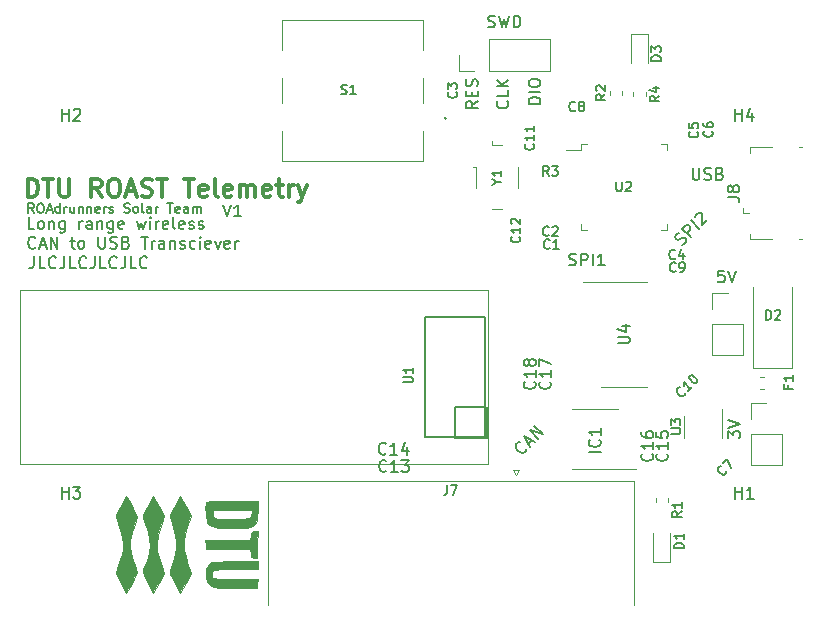
<source format=gbr>
G04 #@! TF.GenerationSoftware,KiCad,Pcbnew,5.1.4+dfsg1-1*
G04 #@! TF.CreationDate,2020-06-04T10:37:17+02:00*
G04 #@! TF.ProjectId,Telemetry,54656c65-6d65-4747-9279-2e6b69636164,rev?*
G04 #@! TF.SameCoordinates,Original*
G04 #@! TF.FileFunction,Legend,Top*
G04 #@! TF.FilePolarity,Positive*
%FSLAX46Y46*%
G04 Gerber Fmt 4.6, Leading zero omitted, Abs format (unit mm)*
G04 Created by KiCad (PCBNEW 5.1.4+dfsg1-1) date 2020-06-04 10:37:17*
%MOMM*%
%LPD*%
G04 APERTURE LIST*
%ADD10C,0.150000*%
%ADD11C,0.300000*%
%ADD12C,0.010000*%
%ADD13C,0.120000*%
G04 APERTURE END LIST*
D10*
X240638095Y-112952380D02*
X240638095Y-113761904D01*
X240685714Y-113857142D01*
X240733333Y-113904761D01*
X240828571Y-113952380D01*
X241019047Y-113952380D01*
X241114285Y-113904761D01*
X241161904Y-113857142D01*
X241209523Y-113761904D01*
X241209523Y-112952380D01*
X241638095Y-113904761D02*
X241780952Y-113952380D01*
X242019047Y-113952380D01*
X242114285Y-113904761D01*
X242161904Y-113857142D01*
X242209523Y-113761904D01*
X242209523Y-113666666D01*
X242161904Y-113571428D01*
X242114285Y-113523809D01*
X242019047Y-113476190D01*
X241828571Y-113428571D01*
X241733333Y-113380952D01*
X241685714Y-113333333D01*
X241638095Y-113238095D01*
X241638095Y-113142857D01*
X241685714Y-113047619D01*
X241733333Y-113000000D01*
X241828571Y-112952380D01*
X242066666Y-112952380D01*
X242209523Y-113000000D01*
X242971428Y-113428571D02*
X243114285Y-113476190D01*
X243161904Y-113523809D01*
X243209523Y-113619047D01*
X243209523Y-113761904D01*
X243161904Y-113857142D01*
X243114285Y-113904761D01*
X243019047Y-113952380D01*
X242638095Y-113952380D01*
X242638095Y-112952380D01*
X242971428Y-112952380D01*
X243066666Y-113000000D01*
X243114285Y-113047619D01*
X243161904Y-113142857D01*
X243161904Y-113238095D01*
X243114285Y-113333333D01*
X243066666Y-113380952D01*
X242971428Y-113428571D01*
X242638095Y-113428571D01*
X200890476Y-116052380D02*
X201223809Y-117052380D01*
X201557142Y-116052380D01*
X202414285Y-117052380D02*
X201842857Y-117052380D01*
X202128571Y-117052380D02*
X202128571Y-116052380D01*
X202033333Y-116195238D01*
X201938095Y-116290476D01*
X201842857Y-116338095D01*
X184880952Y-120452380D02*
X184880952Y-121166666D01*
X184833333Y-121309523D01*
X184738095Y-121404761D01*
X184595238Y-121452380D01*
X184500000Y-121452380D01*
X185833333Y-121452380D02*
X185357142Y-121452380D01*
X185357142Y-120452380D01*
X186738095Y-121357142D02*
X186690476Y-121404761D01*
X186547619Y-121452380D01*
X186452380Y-121452380D01*
X186309523Y-121404761D01*
X186214285Y-121309523D01*
X186166666Y-121214285D01*
X186119047Y-121023809D01*
X186119047Y-120880952D01*
X186166666Y-120690476D01*
X186214285Y-120595238D01*
X186309523Y-120500000D01*
X186452380Y-120452380D01*
X186547619Y-120452380D01*
X186690476Y-120500000D01*
X186738095Y-120547619D01*
X187452380Y-120452380D02*
X187452380Y-121166666D01*
X187404761Y-121309523D01*
X187309523Y-121404761D01*
X187166666Y-121452380D01*
X187071428Y-121452380D01*
X188404761Y-121452380D02*
X187928571Y-121452380D01*
X187928571Y-120452380D01*
X189309523Y-121357142D02*
X189261904Y-121404761D01*
X189119047Y-121452380D01*
X189023809Y-121452380D01*
X188880952Y-121404761D01*
X188785714Y-121309523D01*
X188738095Y-121214285D01*
X188690476Y-121023809D01*
X188690476Y-120880952D01*
X188738095Y-120690476D01*
X188785714Y-120595238D01*
X188880952Y-120500000D01*
X189023809Y-120452380D01*
X189119047Y-120452380D01*
X189261904Y-120500000D01*
X189309523Y-120547619D01*
X190023809Y-120452380D02*
X190023809Y-121166666D01*
X189976190Y-121309523D01*
X189880952Y-121404761D01*
X189738095Y-121452380D01*
X189642857Y-121452380D01*
X190976190Y-121452380D02*
X190500000Y-121452380D01*
X190500000Y-120452380D01*
X191880952Y-121357142D02*
X191833333Y-121404761D01*
X191690476Y-121452380D01*
X191595238Y-121452380D01*
X191452380Y-121404761D01*
X191357142Y-121309523D01*
X191309523Y-121214285D01*
X191261904Y-121023809D01*
X191261904Y-120880952D01*
X191309523Y-120690476D01*
X191357142Y-120595238D01*
X191452380Y-120500000D01*
X191595238Y-120452380D01*
X191690476Y-120452380D01*
X191833333Y-120500000D01*
X191880952Y-120547619D01*
X192595238Y-120452380D02*
X192595238Y-121166666D01*
X192547619Y-121309523D01*
X192452380Y-121404761D01*
X192309523Y-121452380D01*
X192214285Y-121452380D01*
X193547619Y-121452380D02*
X193071428Y-121452380D01*
X193071428Y-120452380D01*
X194452380Y-121357142D02*
X194404761Y-121404761D01*
X194261904Y-121452380D01*
X194166666Y-121452380D01*
X194023809Y-121404761D01*
X193928571Y-121309523D01*
X193880952Y-121214285D01*
X193833333Y-121023809D01*
X193833333Y-120880952D01*
X193880952Y-120690476D01*
X193928571Y-120595238D01*
X194023809Y-120500000D01*
X194166666Y-120452380D01*
X194261904Y-120452380D01*
X194404761Y-120500000D01*
X194452380Y-120547619D01*
X184911785Y-118127380D02*
X184435595Y-118127380D01*
X184435595Y-117127380D01*
X185387976Y-118127380D02*
X185292738Y-118079761D01*
X185245119Y-118032142D01*
X185197500Y-117936904D01*
X185197500Y-117651190D01*
X185245119Y-117555952D01*
X185292738Y-117508333D01*
X185387976Y-117460714D01*
X185530833Y-117460714D01*
X185626071Y-117508333D01*
X185673690Y-117555952D01*
X185721309Y-117651190D01*
X185721309Y-117936904D01*
X185673690Y-118032142D01*
X185626071Y-118079761D01*
X185530833Y-118127380D01*
X185387976Y-118127380D01*
X186149880Y-117460714D02*
X186149880Y-118127380D01*
X186149880Y-117555952D02*
X186197500Y-117508333D01*
X186292738Y-117460714D01*
X186435595Y-117460714D01*
X186530833Y-117508333D01*
X186578452Y-117603571D01*
X186578452Y-118127380D01*
X187483214Y-117460714D02*
X187483214Y-118270238D01*
X187435595Y-118365476D01*
X187387976Y-118413095D01*
X187292738Y-118460714D01*
X187149880Y-118460714D01*
X187054642Y-118413095D01*
X187483214Y-118079761D02*
X187387976Y-118127380D01*
X187197500Y-118127380D01*
X187102261Y-118079761D01*
X187054642Y-118032142D01*
X187007023Y-117936904D01*
X187007023Y-117651190D01*
X187054642Y-117555952D01*
X187102261Y-117508333D01*
X187197500Y-117460714D01*
X187387976Y-117460714D01*
X187483214Y-117508333D01*
X188721309Y-118127380D02*
X188721309Y-117460714D01*
X188721309Y-117651190D02*
X188768928Y-117555952D01*
X188816547Y-117508333D01*
X188911785Y-117460714D01*
X189007023Y-117460714D01*
X189768928Y-118127380D02*
X189768928Y-117603571D01*
X189721309Y-117508333D01*
X189626071Y-117460714D01*
X189435595Y-117460714D01*
X189340357Y-117508333D01*
X189768928Y-118079761D02*
X189673690Y-118127380D01*
X189435595Y-118127380D01*
X189340357Y-118079761D01*
X189292738Y-117984523D01*
X189292738Y-117889285D01*
X189340357Y-117794047D01*
X189435595Y-117746428D01*
X189673690Y-117746428D01*
X189768928Y-117698809D01*
X190245119Y-117460714D02*
X190245119Y-118127380D01*
X190245119Y-117555952D02*
X190292738Y-117508333D01*
X190387976Y-117460714D01*
X190530833Y-117460714D01*
X190626071Y-117508333D01*
X190673690Y-117603571D01*
X190673690Y-118127380D01*
X191578452Y-117460714D02*
X191578452Y-118270238D01*
X191530833Y-118365476D01*
X191483214Y-118413095D01*
X191387976Y-118460714D01*
X191245119Y-118460714D01*
X191149880Y-118413095D01*
X191578452Y-118079761D02*
X191483214Y-118127380D01*
X191292738Y-118127380D01*
X191197500Y-118079761D01*
X191149880Y-118032142D01*
X191102261Y-117936904D01*
X191102261Y-117651190D01*
X191149880Y-117555952D01*
X191197500Y-117508333D01*
X191292738Y-117460714D01*
X191483214Y-117460714D01*
X191578452Y-117508333D01*
X192435595Y-118079761D02*
X192340357Y-118127380D01*
X192149880Y-118127380D01*
X192054642Y-118079761D01*
X192007023Y-117984523D01*
X192007023Y-117603571D01*
X192054642Y-117508333D01*
X192149880Y-117460714D01*
X192340357Y-117460714D01*
X192435595Y-117508333D01*
X192483214Y-117603571D01*
X192483214Y-117698809D01*
X192007023Y-117794047D01*
X193578452Y-117460714D02*
X193768928Y-118127380D01*
X193959404Y-117651190D01*
X194149880Y-118127380D01*
X194340357Y-117460714D01*
X194721309Y-118127380D02*
X194721309Y-117460714D01*
X194721309Y-117127380D02*
X194673690Y-117175000D01*
X194721309Y-117222619D01*
X194768928Y-117175000D01*
X194721309Y-117127380D01*
X194721309Y-117222619D01*
X195197500Y-118127380D02*
X195197500Y-117460714D01*
X195197500Y-117651190D02*
X195245119Y-117555952D01*
X195292738Y-117508333D01*
X195387976Y-117460714D01*
X195483214Y-117460714D01*
X196197500Y-118079761D02*
X196102261Y-118127380D01*
X195911785Y-118127380D01*
X195816547Y-118079761D01*
X195768928Y-117984523D01*
X195768928Y-117603571D01*
X195816547Y-117508333D01*
X195911785Y-117460714D01*
X196102261Y-117460714D01*
X196197500Y-117508333D01*
X196245119Y-117603571D01*
X196245119Y-117698809D01*
X195768928Y-117794047D01*
X196816547Y-118127380D02*
X196721309Y-118079761D01*
X196673690Y-117984523D01*
X196673690Y-117127380D01*
X197578452Y-118079761D02*
X197483214Y-118127380D01*
X197292738Y-118127380D01*
X197197500Y-118079761D01*
X197149880Y-117984523D01*
X197149880Y-117603571D01*
X197197500Y-117508333D01*
X197292738Y-117460714D01*
X197483214Y-117460714D01*
X197578452Y-117508333D01*
X197626071Y-117603571D01*
X197626071Y-117698809D01*
X197149880Y-117794047D01*
X198007023Y-118079761D02*
X198102261Y-118127380D01*
X198292738Y-118127380D01*
X198387976Y-118079761D01*
X198435595Y-117984523D01*
X198435595Y-117936904D01*
X198387976Y-117841666D01*
X198292738Y-117794047D01*
X198149880Y-117794047D01*
X198054642Y-117746428D01*
X198007023Y-117651190D01*
X198007023Y-117603571D01*
X198054642Y-117508333D01*
X198149880Y-117460714D01*
X198292738Y-117460714D01*
X198387976Y-117508333D01*
X198816547Y-118079761D02*
X198911785Y-118127380D01*
X199102261Y-118127380D01*
X199197500Y-118079761D01*
X199245119Y-117984523D01*
X199245119Y-117936904D01*
X199197500Y-117841666D01*
X199102261Y-117794047D01*
X198959404Y-117794047D01*
X198864166Y-117746428D01*
X198816547Y-117651190D01*
X198816547Y-117603571D01*
X198864166Y-117508333D01*
X198959404Y-117460714D01*
X199102261Y-117460714D01*
X199197500Y-117508333D01*
X185007023Y-119682142D02*
X184959404Y-119729761D01*
X184816547Y-119777380D01*
X184721309Y-119777380D01*
X184578452Y-119729761D01*
X184483214Y-119634523D01*
X184435595Y-119539285D01*
X184387976Y-119348809D01*
X184387976Y-119205952D01*
X184435595Y-119015476D01*
X184483214Y-118920238D01*
X184578452Y-118825000D01*
X184721309Y-118777380D01*
X184816547Y-118777380D01*
X184959404Y-118825000D01*
X185007023Y-118872619D01*
X185387976Y-119491666D02*
X185864166Y-119491666D01*
X185292738Y-119777380D02*
X185626071Y-118777380D01*
X185959404Y-119777380D01*
X186292738Y-119777380D02*
X186292738Y-118777380D01*
X186864166Y-119777380D01*
X186864166Y-118777380D01*
X187959404Y-119110714D02*
X188340357Y-119110714D01*
X188102261Y-118777380D02*
X188102261Y-119634523D01*
X188149880Y-119729761D01*
X188245119Y-119777380D01*
X188340357Y-119777380D01*
X188816547Y-119777380D02*
X188721309Y-119729761D01*
X188673690Y-119682142D01*
X188626071Y-119586904D01*
X188626071Y-119301190D01*
X188673690Y-119205952D01*
X188721309Y-119158333D01*
X188816547Y-119110714D01*
X188959404Y-119110714D01*
X189054642Y-119158333D01*
X189102261Y-119205952D01*
X189149880Y-119301190D01*
X189149880Y-119586904D01*
X189102261Y-119682142D01*
X189054642Y-119729761D01*
X188959404Y-119777380D01*
X188816547Y-119777380D01*
X190340357Y-118777380D02*
X190340357Y-119586904D01*
X190387976Y-119682142D01*
X190435595Y-119729761D01*
X190530833Y-119777380D01*
X190721309Y-119777380D01*
X190816547Y-119729761D01*
X190864166Y-119682142D01*
X190911785Y-119586904D01*
X190911785Y-118777380D01*
X191340357Y-119729761D02*
X191483214Y-119777380D01*
X191721309Y-119777380D01*
X191816547Y-119729761D01*
X191864166Y-119682142D01*
X191911785Y-119586904D01*
X191911785Y-119491666D01*
X191864166Y-119396428D01*
X191816547Y-119348809D01*
X191721309Y-119301190D01*
X191530833Y-119253571D01*
X191435595Y-119205952D01*
X191387976Y-119158333D01*
X191340357Y-119063095D01*
X191340357Y-118967857D01*
X191387976Y-118872619D01*
X191435595Y-118825000D01*
X191530833Y-118777380D01*
X191768928Y-118777380D01*
X191911785Y-118825000D01*
X192673690Y-119253571D02*
X192816547Y-119301190D01*
X192864166Y-119348809D01*
X192911785Y-119444047D01*
X192911785Y-119586904D01*
X192864166Y-119682142D01*
X192816547Y-119729761D01*
X192721309Y-119777380D01*
X192340357Y-119777380D01*
X192340357Y-118777380D01*
X192673690Y-118777380D01*
X192768928Y-118825000D01*
X192816547Y-118872619D01*
X192864166Y-118967857D01*
X192864166Y-119063095D01*
X192816547Y-119158333D01*
X192768928Y-119205952D01*
X192673690Y-119253571D01*
X192340357Y-119253571D01*
X193959404Y-118777380D02*
X194530833Y-118777380D01*
X194245119Y-119777380D02*
X194245119Y-118777380D01*
X194864166Y-119777380D02*
X194864166Y-119110714D01*
X194864166Y-119301190D02*
X194911785Y-119205952D01*
X194959404Y-119158333D01*
X195054642Y-119110714D01*
X195149880Y-119110714D01*
X195911785Y-119777380D02*
X195911785Y-119253571D01*
X195864166Y-119158333D01*
X195768928Y-119110714D01*
X195578452Y-119110714D01*
X195483214Y-119158333D01*
X195911785Y-119729761D02*
X195816547Y-119777380D01*
X195578452Y-119777380D01*
X195483214Y-119729761D01*
X195435595Y-119634523D01*
X195435595Y-119539285D01*
X195483214Y-119444047D01*
X195578452Y-119396428D01*
X195816547Y-119396428D01*
X195911785Y-119348809D01*
X196387976Y-119110714D02*
X196387976Y-119777380D01*
X196387976Y-119205952D02*
X196435595Y-119158333D01*
X196530833Y-119110714D01*
X196673690Y-119110714D01*
X196768928Y-119158333D01*
X196816547Y-119253571D01*
X196816547Y-119777380D01*
X197245119Y-119729761D02*
X197340357Y-119777380D01*
X197530833Y-119777380D01*
X197626071Y-119729761D01*
X197673690Y-119634523D01*
X197673690Y-119586904D01*
X197626071Y-119491666D01*
X197530833Y-119444047D01*
X197387976Y-119444047D01*
X197292738Y-119396428D01*
X197245119Y-119301190D01*
X197245119Y-119253571D01*
X197292738Y-119158333D01*
X197387976Y-119110714D01*
X197530833Y-119110714D01*
X197626071Y-119158333D01*
X198530833Y-119729761D02*
X198435595Y-119777380D01*
X198245119Y-119777380D01*
X198149880Y-119729761D01*
X198102261Y-119682142D01*
X198054642Y-119586904D01*
X198054642Y-119301190D01*
X198102261Y-119205952D01*
X198149880Y-119158333D01*
X198245119Y-119110714D01*
X198435595Y-119110714D01*
X198530833Y-119158333D01*
X198959404Y-119777380D02*
X198959404Y-119110714D01*
X198959404Y-118777380D02*
X198911785Y-118825000D01*
X198959404Y-118872619D01*
X199007023Y-118825000D01*
X198959404Y-118777380D01*
X198959404Y-118872619D01*
X199816547Y-119729761D02*
X199721309Y-119777380D01*
X199530833Y-119777380D01*
X199435595Y-119729761D01*
X199387976Y-119634523D01*
X199387976Y-119253571D01*
X199435595Y-119158333D01*
X199530833Y-119110714D01*
X199721309Y-119110714D01*
X199816547Y-119158333D01*
X199864166Y-119253571D01*
X199864166Y-119348809D01*
X199387976Y-119444047D01*
X200197500Y-119110714D02*
X200435595Y-119777380D01*
X200673690Y-119110714D01*
X201435595Y-119729761D02*
X201340357Y-119777380D01*
X201149880Y-119777380D01*
X201054642Y-119729761D01*
X201007023Y-119634523D01*
X201007023Y-119253571D01*
X201054642Y-119158333D01*
X201149880Y-119110714D01*
X201340357Y-119110714D01*
X201435595Y-119158333D01*
X201483214Y-119253571D01*
X201483214Y-119348809D01*
X201007023Y-119444047D01*
X201911785Y-119777380D02*
X201911785Y-119110714D01*
X201911785Y-119301190D02*
X201959404Y-119205952D01*
X202007023Y-119158333D01*
X202102261Y-119110714D01*
X202197500Y-119110714D01*
X184861904Y-116761904D02*
X184595238Y-116380952D01*
X184404761Y-116761904D02*
X184404761Y-115961904D01*
X184709523Y-115961904D01*
X184785714Y-116000000D01*
X184823809Y-116038095D01*
X184861904Y-116114285D01*
X184861904Y-116228571D01*
X184823809Y-116304761D01*
X184785714Y-116342857D01*
X184709523Y-116380952D01*
X184404761Y-116380952D01*
X185357142Y-115961904D02*
X185509523Y-115961904D01*
X185585714Y-116000000D01*
X185661904Y-116076190D01*
X185700000Y-116228571D01*
X185700000Y-116495238D01*
X185661904Y-116647619D01*
X185585714Y-116723809D01*
X185509523Y-116761904D01*
X185357142Y-116761904D01*
X185280952Y-116723809D01*
X185204761Y-116647619D01*
X185166666Y-116495238D01*
X185166666Y-116228571D01*
X185204761Y-116076190D01*
X185280952Y-116000000D01*
X185357142Y-115961904D01*
X186004761Y-116533333D02*
X186385714Y-116533333D01*
X185928571Y-116761904D02*
X186195238Y-115961904D01*
X186461904Y-116761904D01*
X187071428Y-116761904D02*
X187071428Y-115961904D01*
X187071428Y-116723809D02*
X186995238Y-116761904D01*
X186842857Y-116761904D01*
X186766666Y-116723809D01*
X186728571Y-116685714D01*
X186690476Y-116609523D01*
X186690476Y-116380952D01*
X186728571Y-116304761D01*
X186766666Y-116266666D01*
X186842857Y-116228571D01*
X186995238Y-116228571D01*
X187071428Y-116266666D01*
X187452380Y-116761904D02*
X187452380Y-116228571D01*
X187452380Y-116380952D02*
X187490476Y-116304761D01*
X187528571Y-116266666D01*
X187604761Y-116228571D01*
X187680952Y-116228571D01*
X188290476Y-116228571D02*
X188290476Y-116761904D01*
X187947619Y-116228571D02*
X187947619Y-116647619D01*
X187985714Y-116723809D01*
X188061904Y-116761904D01*
X188176190Y-116761904D01*
X188252380Y-116723809D01*
X188290476Y-116685714D01*
X188671428Y-116228571D02*
X188671428Y-116761904D01*
X188671428Y-116304761D02*
X188709523Y-116266666D01*
X188785714Y-116228571D01*
X188900000Y-116228571D01*
X188976190Y-116266666D01*
X189014285Y-116342857D01*
X189014285Y-116761904D01*
X189395238Y-116228571D02*
X189395238Y-116761904D01*
X189395238Y-116304761D02*
X189433333Y-116266666D01*
X189509523Y-116228571D01*
X189623809Y-116228571D01*
X189700000Y-116266666D01*
X189738095Y-116342857D01*
X189738095Y-116761904D01*
X190423809Y-116723809D02*
X190347619Y-116761904D01*
X190195238Y-116761904D01*
X190119047Y-116723809D01*
X190080952Y-116647619D01*
X190080952Y-116342857D01*
X190119047Y-116266666D01*
X190195238Y-116228571D01*
X190347619Y-116228571D01*
X190423809Y-116266666D01*
X190461904Y-116342857D01*
X190461904Y-116419047D01*
X190080952Y-116495238D01*
X190804761Y-116761904D02*
X190804761Y-116228571D01*
X190804761Y-116380952D02*
X190842857Y-116304761D01*
X190880952Y-116266666D01*
X190957142Y-116228571D01*
X191033333Y-116228571D01*
X191261904Y-116723809D02*
X191338095Y-116761904D01*
X191490476Y-116761904D01*
X191566666Y-116723809D01*
X191604761Y-116647619D01*
X191604761Y-116609523D01*
X191566666Y-116533333D01*
X191490476Y-116495238D01*
X191376190Y-116495238D01*
X191300000Y-116457142D01*
X191261904Y-116380952D01*
X191261904Y-116342857D01*
X191300000Y-116266666D01*
X191376190Y-116228571D01*
X191490476Y-116228571D01*
X191566666Y-116266666D01*
X192519047Y-116723809D02*
X192633333Y-116761904D01*
X192823809Y-116761904D01*
X192900000Y-116723809D01*
X192938095Y-116685714D01*
X192976190Y-116609523D01*
X192976190Y-116533333D01*
X192938095Y-116457142D01*
X192900000Y-116419047D01*
X192823809Y-116380952D01*
X192671428Y-116342857D01*
X192595238Y-116304761D01*
X192557142Y-116266666D01*
X192519047Y-116190476D01*
X192519047Y-116114285D01*
X192557142Y-116038095D01*
X192595238Y-116000000D01*
X192671428Y-115961904D01*
X192861904Y-115961904D01*
X192976190Y-116000000D01*
X193433333Y-116761904D02*
X193357142Y-116723809D01*
X193319047Y-116685714D01*
X193280952Y-116609523D01*
X193280952Y-116380952D01*
X193319047Y-116304761D01*
X193357142Y-116266666D01*
X193433333Y-116228571D01*
X193547619Y-116228571D01*
X193623809Y-116266666D01*
X193661904Y-116304761D01*
X193700000Y-116380952D01*
X193700000Y-116609523D01*
X193661904Y-116685714D01*
X193623809Y-116723809D01*
X193547619Y-116761904D01*
X193433333Y-116761904D01*
X194157142Y-116761904D02*
X194080952Y-116723809D01*
X194042857Y-116647619D01*
X194042857Y-115961904D01*
X194804761Y-116761904D02*
X194804761Y-116342857D01*
X194766666Y-116266666D01*
X194690476Y-116228571D01*
X194538095Y-116228571D01*
X194461904Y-116266666D01*
X194804761Y-116723809D02*
X194728571Y-116761904D01*
X194538095Y-116761904D01*
X194461904Y-116723809D01*
X194423809Y-116647619D01*
X194423809Y-116571428D01*
X194461904Y-116495238D01*
X194538095Y-116457142D01*
X194728571Y-116457142D01*
X194804761Y-116419047D01*
X195185714Y-116761904D02*
X195185714Y-116228571D01*
X195185714Y-116380952D02*
X195223809Y-116304761D01*
X195261904Y-116266666D01*
X195338095Y-116228571D01*
X195414285Y-116228571D01*
X196176190Y-115961904D02*
X196633333Y-115961904D01*
X196404761Y-116761904D02*
X196404761Y-115961904D01*
X197204761Y-116723809D02*
X197128571Y-116761904D01*
X196976190Y-116761904D01*
X196900000Y-116723809D01*
X196861904Y-116647619D01*
X196861904Y-116342857D01*
X196900000Y-116266666D01*
X196976190Y-116228571D01*
X197128571Y-116228571D01*
X197204761Y-116266666D01*
X197242857Y-116342857D01*
X197242857Y-116419047D01*
X196861904Y-116495238D01*
X197928571Y-116761904D02*
X197928571Y-116342857D01*
X197890476Y-116266666D01*
X197814285Y-116228571D01*
X197661904Y-116228571D01*
X197585714Y-116266666D01*
X197928571Y-116723809D02*
X197852380Y-116761904D01*
X197661904Y-116761904D01*
X197585714Y-116723809D01*
X197547619Y-116647619D01*
X197547619Y-116571428D01*
X197585714Y-116495238D01*
X197661904Y-116457142D01*
X197852380Y-116457142D01*
X197928571Y-116419047D01*
X198309523Y-116761904D02*
X198309523Y-116228571D01*
X198309523Y-116304761D02*
X198347619Y-116266666D01*
X198423809Y-116228571D01*
X198538095Y-116228571D01*
X198614285Y-116266666D01*
X198652380Y-116342857D01*
X198652380Y-116761904D01*
X198652380Y-116342857D02*
X198690476Y-116266666D01*
X198766666Y-116228571D01*
X198880952Y-116228571D01*
X198957142Y-116266666D01*
X198995238Y-116342857D01*
X198995238Y-116761904D01*
D11*
X184385713Y-115378571D02*
X184385713Y-113878571D01*
X184742856Y-113878571D01*
X184957141Y-113950000D01*
X185099999Y-114092857D01*
X185171427Y-114235714D01*
X185242856Y-114521428D01*
X185242856Y-114735714D01*
X185171427Y-115021428D01*
X185099999Y-115164285D01*
X184957141Y-115307142D01*
X184742856Y-115378571D01*
X184385713Y-115378571D01*
X185671427Y-113878571D02*
X186528570Y-113878571D01*
X186099999Y-115378571D02*
X186099999Y-113878571D01*
X187028570Y-113878571D02*
X187028570Y-115092857D01*
X187099999Y-115235714D01*
X187171427Y-115307142D01*
X187314284Y-115378571D01*
X187599999Y-115378571D01*
X187742856Y-115307142D01*
X187814284Y-115235714D01*
X187885713Y-115092857D01*
X187885713Y-113878571D01*
X190599999Y-115378571D02*
X190099999Y-114664285D01*
X189742856Y-115378571D02*
X189742856Y-113878571D01*
X190314284Y-113878571D01*
X190457141Y-113950000D01*
X190528570Y-114021428D01*
X190599999Y-114164285D01*
X190599999Y-114378571D01*
X190528570Y-114521428D01*
X190457141Y-114592857D01*
X190314284Y-114664285D01*
X189742856Y-114664285D01*
X191528570Y-113878571D02*
X191814284Y-113878571D01*
X191957141Y-113950000D01*
X192099999Y-114092857D01*
X192171427Y-114378571D01*
X192171427Y-114878571D01*
X192099999Y-115164285D01*
X191957141Y-115307142D01*
X191814284Y-115378571D01*
X191528570Y-115378571D01*
X191385713Y-115307142D01*
X191242856Y-115164285D01*
X191171427Y-114878571D01*
X191171427Y-114378571D01*
X191242856Y-114092857D01*
X191385713Y-113950000D01*
X191528570Y-113878571D01*
X192742856Y-114950000D02*
X193457141Y-114950000D01*
X192599999Y-115378571D02*
X193099999Y-113878571D01*
X193599999Y-115378571D01*
X194028570Y-115307142D02*
X194242856Y-115378571D01*
X194599999Y-115378571D01*
X194742856Y-115307142D01*
X194814284Y-115235714D01*
X194885713Y-115092857D01*
X194885713Y-114950000D01*
X194814284Y-114807142D01*
X194742856Y-114735714D01*
X194599999Y-114664285D01*
X194314284Y-114592857D01*
X194171427Y-114521428D01*
X194099999Y-114450000D01*
X194028570Y-114307142D01*
X194028570Y-114164285D01*
X194099999Y-114021428D01*
X194171427Y-113950000D01*
X194314284Y-113878571D01*
X194671427Y-113878571D01*
X194885713Y-113950000D01*
X195314284Y-113878571D02*
X196171427Y-113878571D01*
X195742856Y-115378571D02*
X195742856Y-113878571D01*
X197599999Y-113878571D02*
X198457141Y-113878571D01*
X198028570Y-115378571D02*
X198028570Y-113878571D01*
X199528570Y-115307142D02*
X199385713Y-115378571D01*
X199099999Y-115378571D01*
X198957141Y-115307142D01*
X198885713Y-115164285D01*
X198885713Y-114592857D01*
X198957141Y-114450000D01*
X199099999Y-114378571D01*
X199385713Y-114378571D01*
X199528570Y-114450000D01*
X199599999Y-114592857D01*
X199599999Y-114735714D01*
X198885713Y-114878571D01*
X200457141Y-115378571D02*
X200314284Y-115307142D01*
X200242856Y-115164285D01*
X200242856Y-113878571D01*
X201599999Y-115307142D02*
X201457141Y-115378571D01*
X201171427Y-115378571D01*
X201028570Y-115307142D01*
X200957141Y-115164285D01*
X200957141Y-114592857D01*
X201028570Y-114450000D01*
X201171427Y-114378571D01*
X201457141Y-114378571D01*
X201599999Y-114450000D01*
X201671427Y-114592857D01*
X201671427Y-114735714D01*
X200957141Y-114878571D01*
X202314284Y-115378571D02*
X202314284Y-114378571D01*
X202314284Y-114521428D02*
X202385713Y-114450000D01*
X202528570Y-114378571D01*
X202742856Y-114378571D01*
X202885713Y-114450000D01*
X202957141Y-114592857D01*
X202957141Y-115378571D01*
X202957141Y-114592857D02*
X203028570Y-114450000D01*
X203171427Y-114378571D01*
X203385713Y-114378571D01*
X203528570Y-114450000D01*
X203599999Y-114592857D01*
X203599999Y-115378571D01*
X204885713Y-115307142D02*
X204742856Y-115378571D01*
X204457141Y-115378571D01*
X204314284Y-115307142D01*
X204242856Y-115164285D01*
X204242856Y-114592857D01*
X204314284Y-114450000D01*
X204457141Y-114378571D01*
X204742856Y-114378571D01*
X204885713Y-114450000D01*
X204957141Y-114592857D01*
X204957141Y-114735714D01*
X204242856Y-114878571D01*
X205385713Y-114378571D02*
X205957141Y-114378571D01*
X205599999Y-113878571D02*
X205599999Y-115164285D01*
X205671427Y-115307142D01*
X205814284Y-115378571D01*
X205957141Y-115378571D01*
X206457141Y-115378571D02*
X206457141Y-114378571D01*
X206457141Y-114664285D02*
X206528570Y-114521428D01*
X206599999Y-114450000D01*
X206742856Y-114378571D01*
X206885713Y-114378571D01*
X207242856Y-114378571D02*
X207599999Y-115378571D01*
X207957141Y-114378571D02*
X207599999Y-115378571D01*
X207457141Y-115735714D01*
X207385713Y-115807142D01*
X207242856Y-115878571D01*
D10*
X239750549Y-119471870D02*
X239885236Y-119404526D01*
X240053595Y-119236167D01*
X240087267Y-119135152D01*
X240087267Y-119067809D01*
X240053595Y-118966793D01*
X239986251Y-118899450D01*
X239885236Y-118865778D01*
X239817893Y-118865778D01*
X239716877Y-118899450D01*
X239548519Y-119000465D01*
X239447503Y-119034137D01*
X239380160Y-119034137D01*
X239279145Y-119000465D01*
X239211801Y-118933122D01*
X239178129Y-118832106D01*
X239178129Y-118764763D01*
X239211801Y-118663748D01*
X239380160Y-118495389D01*
X239514847Y-118428045D01*
X240491328Y-118798435D02*
X239784221Y-118091328D01*
X240053595Y-117821954D01*
X240154610Y-117788282D01*
X240221954Y-117788282D01*
X240322969Y-117821954D01*
X240423984Y-117922969D01*
X240457656Y-118023984D01*
X240457656Y-118091328D01*
X240423984Y-118192343D01*
X240154610Y-118461717D01*
X241198435Y-118091328D02*
X240491328Y-117384221D01*
X240861717Y-117148519D02*
X240861717Y-117081175D01*
X240895389Y-116980160D01*
X241063748Y-116811801D01*
X241164763Y-116778129D01*
X241232106Y-116778129D01*
X241333122Y-116811801D01*
X241400465Y-116879145D01*
X241467809Y-117013832D01*
X241467809Y-117821954D01*
X241905541Y-117384221D01*
X230200000Y-121154761D02*
X230342857Y-121202380D01*
X230580952Y-121202380D01*
X230676190Y-121154761D01*
X230723809Y-121107142D01*
X230771428Y-121011904D01*
X230771428Y-120916666D01*
X230723809Y-120821428D01*
X230676190Y-120773809D01*
X230580952Y-120726190D01*
X230390476Y-120678571D01*
X230295238Y-120630952D01*
X230247619Y-120583333D01*
X230200000Y-120488095D01*
X230200000Y-120392857D01*
X230247619Y-120297619D01*
X230295238Y-120250000D01*
X230390476Y-120202380D01*
X230628571Y-120202380D01*
X230771428Y-120250000D01*
X231200000Y-121202380D02*
X231200000Y-120202380D01*
X231580952Y-120202380D01*
X231676190Y-120250000D01*
X231723809Y-120297619D01*
X231771428Y-120392857D01*
X231771428Y-120535714D01*
X231723809Y-120630952D01*
X231676190Y-120678571D01*
X231580952Y-120726190D01*
X231200000Y-120726190D01*
X232200000Y-121202380D02*
X232200000Y-120202380D01*
X233200000Y-121202380D02*
X232628571Y-121202380D01*
X232914285Y-121202380D02*
X232914285Y-120202380D01*
X232819047Y-120345238D01*
X232723809Y-120440476D01*
X232628571Y-120488095D01*
X226572969Y-136732106D02*
X226572969Y-136799450D01*
X226505625Y-136934137D01*
X226438282Y-137001480D01*
X226303595Y-137068824D01*
X226168908Y-137068824D01*
X226067893Y-137035152D01*
X225899534Y-136934137D01*
X225798519Y-136833122D01*
X225697503Y-136664763D01*
X225663832Y-136563748D01*
X225663832Y-136429061D01*
X225731175Y-136294374D01*
X225798519Y-136227030D01*
X225933206Y-136159687D01*
X226000549Y-136159687D01*
X226707656Y-136328045D02*
X227044374Y-135991328D01*
X226842343Y-136597419D02*
X226370938Y-135654610D01*
X227313748Y-136126015D01*
X227549450Y-135890312D02*
X226842343Y-135183206D01*
X227953511Y-135486251D01*
X227246404Y-134779145D01*
X227752380Y-107523809D02*
X226752380Y-107523809D01*
X226752380Y-107285714D01*
X226800000Y-107142857D01*
X226895238Y-107047619D01*
X226990476Y-107000000D01*
X227180952Y-106952380D01*
X227323809Y-106952380D01*
X227514285Y-107000000D01*
X227609523Y-107047619D01*
X227704761Y-107142857D01*
X227752380Y-107285714D01*
X227752380Y-107523809D01*
X227752380Y-106523809D02*
X226752380Y-106523809D01*
X226752380Y-105857142D02*
X226752380Y-105666666D01*
X226800000Y-105571428D01*
X226895238Y-105476190D01*
X227085714Y-105428571D01*
X227419047Y-105428571D01*
X227609523Y-105476190D01*
X227704761Y-105571428D01*
X227752380Y-105666666D01*
X227752380Y-105857142D01*
X227704761Y-105952380D01*
X227609523Y-106047619D01*
X227419047Y-106095238D01*
X227085714Y-106095238D01*
X226895238Y-106047619D01*
X226800000Y-105952380D01*
X226752380Y-105857142D01*
X224957142Y-107295238D02*
X225004761Y-107342857D01*
X225052380Y-107485714D01*
X225052380Y-107580952D01*
X225004761Y-107723809D01*
X224909523Y-107819047D01*
X224814285Y-107866666D01*
X224623809Y-107914285D01*
X224480952Y-107914285D01*
X224290476Y-107866666D01*
X224195238Y-107819047D01*
X224100000Y-107723809D01*
X224052380Y-107580952D01*
X224052380Y-107485714D01*
X224100000Y-107342857D01*
X224147619Y-107295238D01*
X225052380Y-106390476D02*
X225052380Y-106866666D01*
X224052380Y-106866666D01*
X225052380Y-106057142D02*
X224052380Y-106057142D01*
X225052380Y-105485714D02*
X224480952Y-105914285D01*
X224052380Y-105485714D02*
X224623809Y-106057142D01*
X222452380Y-107319047D02*
X221976190Y-107652380D01*
X222452380Y-107890476D02*
X221452380Y-107890476D01*
X221452380Y-107509523D01*
X221500000Y-107414285D01*
X221547619Y-107366666D01*
X221642857Y-107319047D01*
X221785714Y-107319047D01*
X221880952Y-107366666D01*
X221928571Y-107414285D01*
X221976190Y-107509523D01*
X221976190Y-107890476D01*
X221928571Y-106890476D02*
X221928571Y-106557142D01*
X222452380Y-106414285D02*
X222452380Y-106890476D01*
X221452380Y-106890476D01*
X221452380Y-106414285D01*
X222404761Y-106033333D02*
X222452380Y-105890476D01*
X222452380Y-105652380D01*
X222404761Y-105557142D01*
X222357142Y-105509523D01*
X222261904Y-105461904D01*
X222166666Y-105461904D01*
X222071428Y-105509523D01*
X222023809Y-105557142D01*
X221976190Y-105652380D01*
X221928571Y-105842857D01*
X221880952Y-105938095D01*
X221833333Y-105985714D01*
X221738095Y-106033333D01*
X221642857Y-106033333D01*
X221547619Y-105985714D01*
X221500000Y-105938095D01*
X221452380Y-105842857D01*
X221452380Y-105604761D01*
X221500000Y-105461904D01*
X223342857Y-101004761D02*
X223485714Y-101052380D01*
X223723809Y-101052380D01*
X223819047Y-101004761D01*
X223866666Y-100957142D01*
X223914285Y-100861904D01*
X223914285Y-100766666D01*
X223866666Y-100671428D01*
X223819047Y-100623809D01*
X223723809Y-100576190D01*
X223533333Y-100528571D01*
X223438095Y-100480952D01*
X223390476Y-100433333D01*
X223342857Y-100338095D01*
X223342857Y-100242857D01*
X223390476Y-100147619D01*
X223438095Y-100100000D01*
X223533333Y-100052380D01*
X223771428Y-100052380D01*
X223914285Y-100100000D01*
X224247619Y-100052380D02*
X224485714Y-101052380D01*
X224676190Y-100338095D01*
X224866666Y-101052380D01*
X225104761Y-100052380D01*
X225485714Y-101052380D02*
X225485714Y-100052380D01*
X225723809Y-100052380D01*
X225866666Y-100100000D01*
X225961904Y-100195238D01*
X226009523Y-100290476D01*
X226057142Y-100480952D01*
X226057142Y-100623809D01*
X226009523Y-100814285D01*
X225961904Y-100909523D01*
X225866666Y-101004761D01*
X225723809Y-101052380D01*
X225485714Y-101052380D01*
X243309523Y-121652380D02*
X242833333Y-121652380D01*
X242785714Y-122128571D01*
X242833333Y-122080952D01*
X242928571Y-122033333D01*
X243166666Y-122033333D01*
X243261904Y-122080952D01*
X243309523Y-122128571D01*
X243357142Y-122223809D01*
X243357142Y-122461904D01*
X243309523Y-122557142D01*
X243261904Y-122604761D01*
X243166666Y-122652380D01*
X242928571Y-122652380D01*
X242833333Y-122604761D01*
X242785714Y-122557142D01*
X243642857Y-121652380D02*
X243976190Y-122652380D01*
X244309523Y-121652380D01*
X243652380Y-135861904D02*
X243652380Y-135242857D01*
X244033333Y-135576190D01*
X244033333Y-135433333D01*
X244080952Y-135338095D01*
X244128571Y-135290476D01*
X244223809Y-135242857D01*
X244461904Y-135242857D01*
X244557142Y-135290476D01*
X244604761Y-135338095D01*
X244652380Y-135433333D01*
X244652380Y-135719047D01*
X244604761Y-135814285D01*
X244557142Y-135861904D01*
X243652380Y-134957142D02*
X244652380Y-134623809D01*
X243652380Y-134290476D01*
D12*
G36*
X193468364Y-147540695D02*
G01*
X193333589Y-147800430D01*
X193156412Y-148131541D01*
X192993669Y-148428837D01*
X192694983Y-148967341D01*
X192243500Y-148090170D01*
X191792017Y-147213000D01*
X192102106Y-146324000D01*
X192294566Y-145707745D01*
X192398865Y-145179727D01*
X192414974Y-144686699D01*
X192342866Y-144175419D01*
X192182514Y-143592641D01*
X192100560Y-143347502D01*
X191977272Y-142985701D01*
X191879103Y-142687671D01*
X191816769Y-142486626D01*
X191800113Y-142416169D01*
X191841857Y-142334117D01*
X191946356Y-142133808D01*
X192097162Y-141846655D01*
X192252350Y-141552312D01*
X192693142Y-140717626D01*
X192907816Y-141086646D01*
X193064352Y-141366973D01*
X193248830Y-141713203D01*
X193383237Y-141975140D01*
X193643985Y-142494613D01*
X193400202Y-143127709D01*
X193164881Y-143816839D01*
X193034550Y-144421391D01*
X193009149Y-144989595D01*
X193088618Y-145569683D01*
X193272898Y-146209886D01*
X193395977Y-146545986D01*
X193644372Y-147191058D01*
X193468364Y-147540695D01*
X193468364Y-147540695D01*
G37*
X193468364Y-147540695D02*
X193333589Y-147800430D01*
X193156412Y-148131541D01*
X192993669Y-148428837D01*
X192694983Y-148967341D01*
X192243500Y-148090170D01*
X191792017Y-147213000D01*
X192102106Y-146324000D01*
X192294566Y-145707745D01*
X192398865Y-145179727D01*
X192414974Y-144686699D01*
X192342866Y-144175419D01*
X192182514Y-143592641D01*
X192100560Y-143347502D01*
X191977272Y-142985701D01*
X191879103Y-142687671D01*
X191816769Y-142486626D01*
X191800113Y-142416169D01*
X191841857Y-142334117D01*
X191946356Y-142133808D01*
X192097162Y-141846655D01*
X192252350Y-141552312D01*
X192693142Y-140717626D01*
X192907816Y-141086646D01*
X193064352Y-141366973D01*
X193248830Y-141713203D01*
X193383237Y-141975140D01*
X193643985Y-142494613D01*
X193400202Y-143127709D01*
X193164881Y-143816839D01*
X193034550Y-144421391D01*
X193009149Y-144989595D01*
X193088618Y-145569683D01*
X193272898Y-146209886D01*
X193395977Y-146545986D01*
X193644372Y-147191058D01*
X193468364Y-147540695D01*
G36*
X195451886Y-148093393D02*
G01*
X194984919Y-148962310D01*
X194522483Y-148099015D01*
X194342482Y-147744978D01*
X194203002Y-147435692D01*
X194118832Y-147206449D01*
X194102703Y-147097360D01*
X194148463Y-146959875D01*
X194235709Y-146706228D01*
X194349428Y-146379884D01*
X194413649Y-146197000D01*
X194607216Y-145541100D01*
X194688087Y-144955979D01*
X194656271Y-144386036D01*
X194511774Y-143775670D01*
X194414000Y-143484155D01*
X194291219Y-143134005D01*
X194189486Y-142829154D01*
X194123745Y-142615072D01*
X194109052Y-142556333D01*
X194134954Y-142413256D01*
X194232225Y-142159815D01*
X194385980Y-141831366D01*
X194530652Y-141554801D01*
X194985052Y-140722604D01*
X195451952Y-141591396D01*
X195918852Y-142460189D01*
X195616622Y-143270261D01*
X195388307Y-144020909D01*
X195295560Y-144716546D01*
X195338380Y-145403629D01*
X195516767Y-146128614D01*
X195616622Y-146414405D01*
X195918852Y-147224477D01*
X195451886Y-148093393D01*
X195451886Y-148093393D01*
G37*
X195451886Y-148093393D02*
X194984919Y-148962310D01*
X194522483Y-148099015D01*
X194342482Y-147744978D01*
X194203002Y-147435692D01*
X194118832Y-147206449D01*
X194102703Y-147097360D01*
X194148463Y-146959875D01*
X194235709Y-146706228D01*
X194349428Y-146379884D01*
X194413649Y-146197000D01*
X194607216Y-145541100D01*
X194688087Y-144955979D01*
X194656271Y-144386036D01*
X194511774Y-143775670D01*
X194414000Y-143484155D01*
X194291219Y-143134005D01*
X194189486Y-142829154D01*
X194123745Y-142615072D01*
X194109052Y-142556333D01*
X194134954Y-142413256D01*
X194232225Y-142159815D01*
X194385980Y-141831366D01*
X194530652Y-141554801D01*
X194985052Y-140722604D01*
X195451952Y-141591396D01*
X195918852Y-142460189D01*
X195616622Y-143270261D01*
X195388307Y-144020909D01*
X195295560Y-144716546D01*
X195338380Y-145403629D01*
X195516767Y-146128614D01*
X195616622Y-146414405D01*
X195918852Y-147224477D01*
X195451886Y-148093393D01*
G36*
X197868009Y-143396968D02*
G01*
X197685062Y-143976504D01*
X197578798Y-144457300D01*
X197549176Y-144891571D01*
X197596158Y-145331535D01*
X197719703Y-145829405D01*
X197865813Y-146281666D01*
X198184578Y-147213000D01*
X197727009Y-148091631D01*
X197269439Y-148970263D01*
X196816620Y-148133964D01*
X196634955Y-147791268D01*
X196488081Y-147500526D01*
X196392523Y-147295364D01*
X196363986Y-147213000D01*
X196390420Y-147102099D01*
X196461708Y-146868926D01*
X196566071Y-146550791D01*
X196657995Y-146281666D01*
X196850025Y-145650715D01*
X196946199Y-145103592D01*
X196946516Y-144584533D01*
X196850975Y-144037778D01*
X196659578Y-143407564D01*
X196657995Y-143403000D01*
X196536693Y-143045915D01*
X196439720Y-142746089D01*
X196378855Y-142540830D01*
X196363986Y-142471666D01*
X196402180Y-142366992D01*
X196505892Y-142147857D01*
X196658581Y-141847919D01*
X196815811Y-141552202D01*
X197267821Y-140717406D01*
X197728396Y-141588504D01*
X198188971Y-142459604D01*
X197868009Y-143396968D01*
X197868009Y-143396968D01*
G37*
X197868009Y-143396968D02*
X197685062Y-143976504D01*
X197578798Y-144457300D01*
X197549176Y-144891571D01*
X197596158Y-145331535D01*
X197719703Y-145829405D01*
X197865813Y-146281666D01*
X198184578Y-147213000D01*
X197727009Y-148091631D01*
X197269439Y-148970263D01*
X196816620Y-148133964D01*
X196634955Y-147791268D01*
X196488081Y-147500526D01*
X196392523Y-147295364D01*
X196363986Y-147213000D01*
X196390420Y-147102099D01*
X196461708Y-146868926D01*
X196566071Y-146550791D01*
X196657995Y-146281666D01*
X196850025Y-145650715D01*
X196946199Y-145103592D01*
X196946516Y-144584533D01*
X196850975Y-144037778D01*
X196659578Y-143407564D01*
X196657995Y-143403000D01*
X196536693Y-143045915D01*
X196439720Y-142746089D01*
X196378855Y-142540830D01*
X196363986Y-142471666D01*
X196402180Y-142366992D01*
X196505892Y-142147857D01*
X196658581Y-141847919D01*
X196815811Y-141552202D01*
X197267821Y-140717406D01*
X197728396Y-141588504D01*
X198188971Y-142459604D01*
X197868009Y-143396968D01*
G36*
X203810085Y-141942500D02*
G01*
X203798108Y-142403808D01*
X203751106Y-142760321D01*
X203649998Y-143025284D01*
X203475704Y-143211944D01*
X203209143Y-143333545D01*
X202831234Y-143403335D01*
X202322896Y-143434560D01*
X201665048Y-143440464D01*
X201652333Y-143440422D01*
X201029775Y-143432799D01*
X200552937Y-143411006D01*
X200198420Y-143369428D01*
X199942827Y-143302446D01*
X199762760Y-143204443D01*
X199634822Y-143069800D01*
X199556965Y-142937333D01*
X199494292Y-142736357D01*
X199445491Y-142440532D01*
X199413109Y-142097579D01*
X199399692Y-141755217D01*
X199407786Y-141461169D01*
X199439938Y-141263155D01*
X199465111Y-141215777D01*
X199561862Y-141200403D01*
X199804627Y-141186622D01*
X200170087Y-141175034D01*
X200634927Y-141166235D01*
X201175828Y-141160823D01*
X201666445Y-141159333D01*
X203303333Y-141159333D01*
X203303333Y-141921333D01*
X200001333Y-141921333D01*
X200001333Y-142200733D01*
X200030433Y-142425087D01*
X200100665Y-142579395D01*
X200102933Y-142581733D01*
X200215457Y-142624475D01*
X200461953Y-142655093D01*
X200852929Y-142674289D01*
X201398889Y-142682767D01*
X201620886Y-142683333D01*
X202195407Y-142680077D01*
X202622354Y-142665890D01*
X202923432Y-142634139D01*
X203120347Y-142578193D01*
X203234803Y-142491420D01*
X203288507Y-142367189D01*
X203303162Y-142198867D01*
X203303333Y-142169285D01*
X203303333Y-141921333D01*
X203303333Y-141159333D01*
X203811333Y-141159333D01*
X203810085Y-141942500D01*
X203810085Y-141942500D01*
G37*
X203810085Y-141942500D02*
X203798108Y-142403808D01*
X203751106Y-142760321D01*
X203649998Y-143025284D01*
X203475704Y-143211944D01*
X203209143Y-143333545D01*
X202831234Y-143403335D01*
X202322896Y-143434560D01*
X201665048Y-143440464D01*
X201652333Y-143440422D01*
X201029775Y-143432799D01*
X200552937Y-143411006D01*
X200198420Y-143369428D01*
X199942827Y-143302446D01*
X199762760Y-143204443D01*
X199634822Y-143069800D01*
X199556965Y-142937333D01*
X199494292Y-142736357D01*
X199445491Y-142440532D01*
X199413109Y-142097579D01*
X199399692Y-141755217D01*
X199407786Y-141461169D01*
X199439938Y-141263155D01*
X199465111Y-141215777D01*
X199561862Y-141200403D01*
X199804627Y-141186622D01*
X200170087Y-141175034D01*
X200634927Y-141166235D01*
X201175828Y-141160823D01*
X201666445Y-141159333D01*
X203303333Y-141159333D01*
X203303333Y-141921333D01*
X200001333Y-141921333D01*
X200001333Y-142200733D01*
X200030433Y-142425087D01*
X200100665Y-142579395D01*
X200102933Y-142581733D01*
X200215457Y-142624475D01*
X200461953Y-142655093D01*
X200852929Y-142674289D01*
X201398889Y-142682767D01*
X201620886Y-142683333D01*
X202195407Y-142680077D01*
X202622354Y-142665890D01*
X202923432Y-142634139D01*
X203120347Y-142578193D01*
X203234803Y-142491420D01*
X203288507Y-142367189D01*
X203303162Y-142198867D01*
X203303333Y-142169285D01*
X203303333Y-141921333D01*
X203303333Y-141159333D01*
X203811333Y-141159333D01*
X203810085Y-141942500D01*
G36*
X203792663Y-144815616D02*
G01*
X203769000Y-145943000D01*
X203515000Y-145943000D01*
X203354104Y-145929086D01*
X203275509Y-145855904D01*
X203242356Y-145676289D01*
X203235044Y-145584773D01*
X203209088Y-145226547D01*
X201330044Y-145203773D01*
X199451000Y-145181000D01*
X199424965Y-144821166D01*
X199398931Y-144461333D01*
X203208931Y-144461333D01*
X203234965Y-144101500D01*
X203261876Y-143874000D01*
X203325369Y-143764820D01*
X203465495Y-143722983D01*
X203538663Y-143714949D01*
X203816325Y-143688232D01*
X203792663Y-144815616D01*
X203792663Y-144815616D01*
G37*
X203792663Y-144815616D02*
X203769000Y-145943000D01*
X203515000Y-145943000D01*
X203354104Y-145929086D01*
X203275509Y-145855904D01*
X203242356Y-145676289D01*
X203235044Y-145584773D01*
X203209088Y-145226547D01*
X201330044Y-145203773D01*
X199451000Y-145181000D01*
X199424965Y-144821166D01*
X199398931Y-144461333D01*
X203208931Y-144461333D01*
X203234965Y-144101500D01*
X203261876Y-143874000D01*
X203325369Y-143764820D01*
X203465495Y-143722983D01*
X203538663Y-143714949D01*
X203816325Y-143688232D01*
X203792663Y-144815616D01*
G36*
X203795035Y-148123166D02*
G01*
X203769000Y-148483000D01*
X202091428Y-148505974D01*
X201473087Y-148509299D01*
X200934178Y-148502027D01*
X200499367Y-148484990D01*
X200193323Y-148459016D01*
X200076733Y-148438171D01*
X199749788Y-148279796D01*
X199534442Y-148005916D01*
X199425485Y-147607805D01*
X199408983Y-147320169D01*
X199422164Y-147015695D01*
X199477713Y-146807549D01*
X199598907Y-146623804D01*
X199655572Y-146558169D01*
X199902478Y-146281666D01*
X201856906Y-146256075D01*
X203811333Y-146230484D01*
X203811333Y-146916666D01*
X202081179Y-146916666D01*
X201543260Y-146920614D01*
X201051629Y-146931627D01*
X200635727Y-146948456D01*
X200324999Y-146969851D01*
X200148888Y-146994566D01*
X200133845Y-146999237D01*
X199963945Y-147116818D01*
X199916667Y-147320971D01*
X199922601Y-147459082D01*
X199953619Y-147564991D01*
X200029542Y-147642967D01*
X200170190Y-147697279D01*
X200395384Y-147732197D01*
X200724946Y-147751989D01*
X201178697Y-147760925D01*
X201776457Y-147763274D01*
X201970468Y-147763333D01*
X203821069Y-147763333D01*
X203795035Y-148123166D01*
X203795035Y-148123166D01*
G37*
X203795035Y-148123166D02*
X203769000Y-148483000D01*
X202091428Y-148505974D01*
X201473087Y-148509299D01*
X200934178Y-148502027D01*
X200499367Y-148484990D01*
X200193323Y-148459016D01*
X200076733Y-148438171D01*
X199749788Y-148279796D01*
X199534442Y-148005916D01*
X199425485Y-147607805D01*
X199408983Y-147320169D01*
X199422164Y-147015695D01*
X199477713Y-146807549D01*
X199598907Y-146623804D01*
X199655572Y-146558169D01*
X199902478Y-146281666D01*
X201856906Y-146256075D01*
X203811333Y-146230484D01*
X203811333Y-146916666D01*
X202081179Y-146916666D01*
X201543260Y-146920614D01*
X201051629Y-146931627D01*
X200635727Y-146948456D01*
X200324999Y-146969851D01*
X200148888Y-146994566D01*
X200133845Y-146999237D01*
X199963945Y-147116818D01*
X199916667Y-147320971D01*
X199922601Y-147459082D01*
X199953619Y-147564991D01*
X200029542Y-147642967D01*
X200170190Y-147697279D01*
X200395384Y-147732197D01*
X200724946Y-147751989D01*
X201178697Y-147760925D01*
X201776457Y-147763274D01*
X201970468Y-147763333D01*
X203821069Y-147763333D01*
X203795035Y-148123166D01*
D13*
X223700000Y-110650000D02*
X223700000Y-111050000D01*
X223700000Y-111050000D02*
X224500000Y-111050000D01*
X224500000Y-116450000D02*
X223700000Y-116450000D01*
X225900000Y-112850000D02*
X225900000Y-114650000D01*
X222300000Y-114650000D02*
X222300000Y-112850000D01*
X222300000Y-112850000D02*
X222060000Y-112850000D01*
X231218000Y-111399500D02*
X229928000Y-111399500D01*
X231218000Y-110949500D02*
X231218000Y-111399500D01*
X231668000Y-110949500D02*
X231218000Y-110949500D01*
X238438000Y-110949500D02*
X238438000Y-111399500D01*
X237988000Y-110949500D02*
X238438000Y-110949500D01*
X231218000Y-118169500D02*
X231218000Y-117719500D01*
X231668000Y-118169500D02*
X231218000Y-118169500D01*
X238438000Y-118169500D02*
X238438000Y-117719500D01*
X237988000Y-118169500D02*
X238438000Y-118169500D01*
X234850000Y-122615000D02*
X231400000Y-122615000D01*
X234850000Y-122615000D02*
X236800000Y-122615000D01*
X234850000Y-131485000D02*
X232900000Y-131485000D01*
X234850000Y-131485000D02*
X236800000Y-131485000D01*
D10*
X218012000Y-125550000D02*
X220552000Y-125550000D01*
X218012000Y-135710000D02*
X218012000Y-125550000D01*
X223092000Y-135710000D02*
X218012000Y-135710000D01*
X223092000Y-128090000D02*
X223092000Y-135710000D01*
X220552000Y-133170000D02*
X220552000Y-135710000D01*
X223092000Y-133170000D02*
X220552000Y-133170000D01*
X223092000Y-125550000D02*
X220552000Y-125550000D01*
X223092000Y-128090000D02*
X223092000Y-125550000D01*
X223219000Y-135837000D02*
X220552000Y-135837000D01*
X223219000Y-133170000D02*
X223219000Y-135837000D01*
D13*
X223346000Y-137996000D02*
X223346000Y-123264000D01*
X223346000Y-123264000D02*
X183722000Y-123264000D01*
X183722000Y-123264000D02*
X183722000Y-137996000D01*
X183722000Y-137996000D02*
X223346000Y-137996000D01*
X244950000Y-116800000D02*
X245400000Y-116800000D01*
X244950000Y-116800000D02*
X244950000Y-116350000D01*
X245500000Y-111200000D02*
X245500000Y-111650000D01*
X247350000Y-111200000D02*
X245500000Y-111200000D01*
X249900000Y-119000000D02*
X249650000Y-119000000D01*
X249900000Y-111200000D02*
X249650000Y-111200000D01*
X247350000Y-119000000D02*
X245500000Y-119000000D01*
X245500000Y-119000000D02*
X245500000Y-118550000D01*
X246671267Y-131710000D02*
X246328733Y-131710000D01*
X246671267Y-130690000D02*
X246328733Y-130690000D01*
X205850000Y-100400000D02*
X217850000Y-100400000D01*
X217850000Y-112400000D02*
X205850000Y-112400000D01*
X205850000Y-112400000D02*
X205850000Y-109800000D01*
X205850000Y-100400000D02*
X205850000Y-103000000D01*
X205850000Y-105375000D02*
X205850000Y-107425000D01*
X217850000Y-100400000D02*
X217850000Y-103000000D01*
X217850000Y-105375000D02*
X217850000Y-107425000D01*
X217850000Y-112400000D02*
X217850000Y-109800000D01*
X219813880Y-108740000D02*
G75*
G03X219813880Y-108740000I-102880J0D01*
G01*
X225700000Y-138978675D02*
X225450000Y-138545662D01*
X225950000Y-138545662D02*
X225700000Y-138978675D01*
X225450000Y-138545662D02*
X225950000Y-138545662D01*
X235645000Y-139440000D02*
X235645000Y-149920000D01*
X204675000Y-139440000D02*
X235645000Y-139440000D01*
X204675000Y-149920000D02*
X204675000Y-139440000D01*
X232400000Y-138485000D02*
X235850000Y-138485000D01*
X232400000Y-138485000D02*
X230450000Y-138485000D01*
X232400000Y-133365000D02*
X234350000Y-133365000D01*
X232400000Y-133365000D02*
X230450000Y-133365000D01*
X220830000Y-104730000D02*
X220830000Y-103400000D01*
X222160000Y-104730000D02*
X220830000Y-104730000D01*
X223430000Y-104730000D02*
X223430000Y-102070000D01*
X223430000Y-102070000D02*
X228570000Y-102070000D01*
X223430000Y-104730000D02*
X228570000Y-104730000D01*
X228570000Y-104730000D02*
X228570000Y-102070000D01*
X245750000Y-129900000D02*
X245750000Y-123000000D01*
X249050000Y-129900000D02*
X249050000Y-123000000D01*
X245750000Y-129900000D02*
X249050000Y-129900000D01*
X236660000Y-106846267D02*
X236660000Y-106503733D01*
X235640000Y-106846267D02*
X235640000Y-106503733D01*
X238760000Y-146285000D02*
X238760000Y-143825000D01*
X237290000Y-146285000D02*
X238760000Y-146285000D01*
X237290000Y-143825000D02*
X237290000Y-146285000D01*
X236885000Y-104075000D02*
X236885000Y-101615000D01*
X236885000Y-101615000D02*
X235415000Y-101615000D01*
X235415000Y-101615000D02*
X235415000Y-104075000D01*
X245570000Y-138070000D02*
X248230000Y-138070000D01*
X245570000Y-135470000D02*
X245570000Y-138070000D01*
X248230000Y-135470000D02*
X248230000Y-138070000D01*
X245570000Y-135470000D02*
X248230000Y-135470000D01*
X245570000Y-134200000D02*
X245570000Y-132870000D01*
X245570000Y-132870000D02*
X246900000Y-132870000D01*
X242270000Y-128770000D02*
X244930000Y-128770000D01*
X242270000Y-126170000D02*
X242270000Y-128770000D01*
X244930000Y-126170000D02*
X244930000Y-128770000D01*
X242270000Y-126170000D02*
X244930000Y-126170000D01*
X242270000Y-124900000D02*
X242270000Y-123570000D01*
X242270000Y-123570000D02*
X243600000Y-123570000D01*
X238535000Y-140878733D02*
X238535000Y-141221267D01*
X237515000Y-140878733D02*
X237515000Y-141221267D01*
X233640000Y-106453733D02*
X233640000Y-106796267D01*
X234660000Y-106453733D02*
X234660000Y-106796267D01*
X239890000Y-134000000D02*
X239890000Y-135800000D01*
X243110000Y-135800000D02*
X243110000Y-133350000D01*
D10*
X227257142Y-131042857D02*
X227304761Y-131090476D01*
X227352380Y-131233333D01*
X227352380Y-131328571D01*
X227304761Y-131471428D01*
X227209523Y-131566666D01*
X227114285Y-131614285D01*
X226923809Y-131661904D01*
X226780952Y-131661904D01*
X226590476Y-131614285D01*
X226495238Y-131566666D01*
X226400000Y-131471428D01*
X226352380Y-131328571D01*
X226352380Y-131233333D01*
X226400000Y-131090476D01*
X226447619Y-131042857D01*
X227352380Y-130090476D02*
X227352380Y-130661904D01*
X227352380Y-130376190D02*
X226352380Y-130376190D01*
X226495238Y-130471428D01*
X226590476Y-130566666D01*
X226638095Y-130661904D01*
X226780952Y-129519047D02*
X226733333Y-129614285D01*
X226685714Y-129661904D01*
X226590476Y-129709523D01*
X226542857Y-129709523D01*
X226447619Y-129661904D01*
X226400000Y-129614285D01*
X226352380Y-129519047D01*
X226352380Y-129328571D01*
X226400000Y-129233333D01*
X226447619Y-129185714D01*
X226542857Y-129138095D01*
X226590476Y-129138095D01*
X226685714Y-129185714D01*
X226733333Y-129233333D01*
X226780952Y-129328571D01*
X226780952Y-129519047D01*
X226828571Y-129614285D01*
X226876190Y-129661904D01*
X226971428Y-129709523D01*
X227161904Y-129709523D01*
X227257142Y-129661904D01*
X227304761Y-129614285D01*
X227352380Y-129519047D01*
X227352380Y-129328571D01*
X227304761Y-129233333D01*
X227257142Y-129185714D01*
X227161904Y-129138095D01*
X226971428Y-129138095D01*
X226876190Y-129185714D01*
X226828571Y-129233333D01*
X226780952Y-129328571D01*
X228557142Y-131042857D02*
X228604761Y-131090476D01*
X228652380Y-131233333D01*
X228652380Y-131328571D01*
X228604761Y-131471428D01*
X228509523Y-131566666D01*
X228414285Y-131614285D01*
X228223809Y-131661904D01*
X228080952Y-131661904D01*
X227890476Y-131614285D01*
X227795238Y-131566666D01*
X227700000Y-131471428D01*
X227652380Y-131328571D01*
X227652380Y-131233333D01*
X227700000Y-131090476D01*
X227747619Y-131042857D01*
X228652380Y-130090476D02*
X228652380Y-130661904D01*
X228652380Y-130376190D02*
X227652380Y-130376190D01*
X227795238Y-130471428D01*
X227890476Y-130566666D01*
X227938095Y-130661904D01*
X227652380Y-129757142D02*
X227652380Y-129090476D01*
X228652380Y-129519047D01*
X237207142Y-137142857D02*
X237254761Y-137190476D01*
X237302380Y-137333333D01*
X237302380Y-137428571D01*
X237254761Y-137571428D01*
X237159523Y-137666666D01*
X237064285Y-137714285D01*
X236873809Y-137761904D01*
X236730952Y-137761904D01*
X236540476Y-137714285D01*
X236445238Y-137666666D01*
X236350000Y-137571428D01*
X236302380Y-137428571D01*
X236302380Y-137333333D01*
X236350000Y-137190476D01*
X236397619Y-137142857D01*
X237302380Y-136190476D02*
X237302380Y-136761904D01*
X237302380Y-136476190D02*
X236302380Y-136476190D01*
X236445238Y-136571428D01*
X236540476Y-136666666D01*
X236588095Y-136761904D01*
X236302380Y-135333333D02*
X236302380Y-135523809D01*
X236350000Y-135619047D01*
X236397619Y-135666666D01*
X236540476Y-135761904D01*
X236730952Y-135809523D01*
X237111904Y-135809523D01*
X237207142Y-135761904D01*
X237254761Y-135714285D01*
X237302380Y-135619047D01*
X237302380Y-135428571D01*
X237254761Y-135333333D01*
X237207142Y-135285714D01*
X237111904Y-135238095D01*
X236873809Y-135238095D01*
X236778571Y-135285714D01*
X236730952Y-135333333D01*
X236683333Y-135428571D01*
X236683333Y-135619047D01*
X236730952Y-135714285D01*
X236778571Y-135761904D01*
X236873809Y-135809523D01*
X238457142Y-137142857D02*
X238504761Y-137190476D01*
X238552380Y-137333333D01*
X238552380Y-137428571D01*
X238504761Y-137571428D01*
X238409523Y-137666666D01*
X238314285Y-137714285D01*
X238123809Y-137761904D01*
X237980952Y-137761904D01*
X237790476Y-137714285D01*
X237695238Y-137666666D01*
X237600000Y-137571428D01*
X237552380Y-137428571D01*
X237552380Y-137333333D01*
X237600000Y-137190476D01*
X237647619Y-137142857D01*
X238552380Y-136190476D02*
X238552380Y-136761904D01*
X238552380Y-136476190D02*
X237552380Y-136476190D01*
X237695238Y-136571428D01*
X237790476Y-136666666D01*
X237838095Y-136761904D01*
X237552380Y-135285714D02*
X237552380Y-135761904D01*
X238028571Y-135809523D01*
X237980952Y-135761904D01*
X237933333Y-135666666D01*
X237933333Y-135428571D01*
X237980952Y-135333333D01*
X238028571Y-135285714D01*
X238123809Y-135238095D01*
X238361904Y-135238095D01*
X238457142Y-135285714D01*
X238504761Y-135333333D01*
X238552380Y-135428571D01*
X238552380Y-135666666D01*
X238504761Y-135761904D01*
X238457142Y-135809523D01*
X214682142Y-137132142D02*
X214634523Y-137179761D01*
X214491666Y-137227380D01*
X214396428Y-137227380D01*
X214253571Y-137179761D01*
X214158333Y-137084523D01*
X214110714Y-136989285D01*
X214063095Y-136798809D01*
X214063095Y-136655952D01*
X214110714Y-136465476D01*
X214158333Y-136370238D01*
X214253571Y-136275000D01*
X214396428Y-136227380D01*
X214491666Y-136227380D01*
X214634523Y-136275000D01*
X214682142Y-136322619D01*
X215634523Y-137227380D02*
X215063095Y-137227380D01*
X215348809Y-137227380D02*
X215348809Y-136227380D01*
X215253571Y-136370238D01*
X215158333Y-136465476D01*
X215063095Y-136513095D01*
X216491666Y-136560714D02*
X216491666Y-137227380D01*
X216253571Y-136179761D02*
X216015476Y-136894047D01*
X216634523Y-136894047D01*
X214707142Y-138607142D02*
X214659523Y-138654761D01*
X214516666Y-138702380D01*
X214421428Y-138702380D01*
X214278571Y-138654761D01*
X214183333Y-138559523D01*
X214135714Y-138464285D01*
X214088095Y-138273809D01*
X214088095Y-138130952D01*
X214135714Y-137940476D01*
X214183333Y-137845238D01*
X214278571Y-137750000D01*
X214421428Y-137702380D01*
X214516666Y-137702380D01*
X214659523Y-137750000D01*
X214707142Y-137797619D01*
X215659523Y-138702380D02*
X215088095Y-138702380D01*
X215373809Y-138702380D02*
X215373809Y-137702380D01*
X215278571Y-137845238D01*
X215183333Y-137940476D01*
X215088095Y-137988095D01*
X215992857Y-137702380D02*
X216611904Y-137702380D01*
X216278571Y-138083333D01*
X216421428Y-138083333D01*
X216516666Y-138130952D01*
X216564285Y-138178571D01*
X216611904Y-138273809D01*
X216611904Y-138511904D01*
X216564285Y-138607142D01*
X216516666Y-138654761D01*
X216421428Y-138702380D01*
X216135714Y-138702380D01*
X216040476Y-138654761D01*
X215992857Y-138607142D01*
X224080952Y-114130952D02*
X224461904Y-114130952D01*
X223661904Y-114397619D02*
X224080952Y-114130952D01*
X223661904Y-113864285D01*
X224461904Y-113178571D02*
X224461904Y-113635714D01*
X224461904Y-113407142D02*
X223661904Y-113407142D01*
X223776190Y-113483333D01*
X223852380Y-113559523D01*
X223890476Y-113635714D01*
X234190476Y-114111904D02*
X234190476Y-114759523D01*
X234228571Y-114835714D01*
X234266666Y-114873809D01*
X234342857Y-114911904D01*
X234495238Y-114911904D01*
X234571428Y-114873809D01*
X234609523Y-114835714D01*
X234647619Y-114759523D01*
X234647619Y-114111904D01*
X234990476Y-114188095D02*
X235028571Y-114150000D01*
X235104761Y-114111904D01*
X235295238Y-114111904D01*
X235371428Y-114150000D01*
X235409523Y-114188095D01*
X235447619Y-114264285D01*
X235447619Y-114340476D01*
X235409523Y-114454761D01*
X234952380Y-114911904D01*
X235447619Y-114911904D01*
X234302380Y-127811904D02*
X235111904Y-127811904D01*
X235207142Y-127764285D01*
X235254761Y-127716666D01*
X235302380Y-127621428D01*
X235302380Y-127430952D01*
X235254761Y-127335714D01*
X235207142Y-127288095D01*
X235111904Y-127240476D01*
X234302380Y-127240476D01*
X234635714Y-126335714D02*
X235302380Y-126335714D01*
X234254761Y-126573809D02*
X234969047Y-126811904D01*
X234969047Y-126192857D01*
X216161904Y-131109523D02*
X216809523Y-131109523D01*
X216885714Y-131071428D01*
X216923809Y-131033333D01*
X216961904Y-130957142D01*
X216961904Y-130804761D01*
X216923809Y-130728571D01*
X216885714Y-130690476D01*
X216809523Y-130652380D01*
X216161904Y-130652380D01*
X216961904Y-129852380D02*
X216961904Y-130309523D01*
X216961904Y-130080952D02*
X216161904Y-130080952D01*
X216276190Y-130157142D01*
X216352380Y-130233333D01*
X216390476Y-130309523D01*
X243602380Y-115433333D02*
X244316666Y-115433333D01*
X244459523Y-115480952D01*
X244554761Y-115576190D01*
X244602380Y-115719047D01*
X244602380Y-115814285D01*
X244030952Y-114814285D02*
X243983333Y-114909523D01*
X243935714Y-114957142D01*
X243840476Y-115004761D01*
X243792857Y-115004761D01*
X243697619Y-114957142D01*
X243650000Y-114909523D01*
X243602380Y-114814285D01*
X243602380Y-114623809D01*
X243650000Y-114528571D01*
X243697619Y-114480952D01*
X243792857Y-114433333D01*
X243840476Y-114433333D01*
X243935714Y-114480952D01*
X243983333Y-114528571D01*
X244030952Y-114623809D01*
X244030952Y-114814285D01*
X244078571Y-114909523D01*
X244126190Y-114957142D01*
X244221428Y-115004761D01*
X244411904Y-115004761D01*
X244507142Y-114957142D01*
X244554761Y-114909523D01*
X244602380Y-114814285D01*
X244602380Y-114623809D01*
X244554761Y-114528571D01*
X244507142Y-114480952D01*
X244411904Y-114433333D01*
X244221428Y-114433333D01*
X244126190Y-114480952D01*
X244078571Y-114528571D01*
X244030952Y-114623809D01*
X244238095Y-108952380D02*
X244238095Y-107952380D01*
X244238095Y-108428571D02*
X244809523Y-108428571D01*
X244809523Y-108952380D02*
X244809523Y-107952380D01*
X245714285Y-108285714D02*
X245714285Y-108952380D01*
X245476190Y-107904761D02*
X245238095Y-108619047D01*
X245857142Y-108619047D01*
X187238095Y-140952380D02*
X187238095Y-139952380D01*
X187238095Y-140428571D02*
X187809523Y-140428571D01*
X187809523Y-140952380D02*
X187809523Y-139952380D01*
X188190476Y-139952380D02*
X188809523Y-139952380D01*
X188476190Y-140333333D01*
X188619047Y-140333333D01*
X188714285Y-140380952D01*
X188761904Y-140428571D01*
X188809523Y-140523809D01*
X188809523Y-140761904D01*
X188761904Y-140857142D01*
X188714285Y-140904761D01*
X188619047Y-140952380D01*
X188333333Y-140952380D01*
X188238095Y-140904761D01*
X188190476Y-140857142D01*
X187238095Y-108952380D02*
X187238095Y-107952380D01*
X187238095Y-108428571D02*
X187809523Y-108428571D01*
X187809523Y-108952380D02*
X187809523Y-107952380D01*
X188238095Y-108047619D02*
X188285714Y-108000000D01*
X188380952Y-107952380D01*
X188619047Y-107952380D01*
X188714285Y-108000000D01*
X188761904Y-108047619D01*
X188809523Y-108142857D01*
X188809523Y-108238095D01*
X188761904Y-108380952D01*
X188190476Y-108952380D01*
X188809523Y-108952380D01*
X244238095Y-140952380D02*
X244238095Y-139952380D01*
X244238095Y-140428571D02*
X244809523Y-140428571D01*
X244809523Y-140952380D02*
X244809523Y-139952380D01*
X245809523Y-140952380D02*
X245238095Y-140952380D01*
X245523809Y-140952380D02*
X245523809Y-139952380D01*
X245428571Y-140095238D01*
X245333333Y-140190476D01*
X245238095Y-140238095D01*
X248742857Y-131366666D02*
X248742857Y-131633333D01*
X249161904Y-131633333D02*
X248361904Y-131633333D01*
X248361904Y-131252380D01*
X249161904Y-130528571D02*
X249161904Y-130985714D01*
X249161904Y-130757142D02*
X248361904Y-130757142D01*
X248476190Y-130833333D01*
X248552380Y-130909523D01*
X248590476Y-130985714D01*
X210910476Y-106668809D02*
X211024761Y-106706904D01*
X211215238Y-106706904D01*
X211291428Y-106668809D01*
X211329523Y-106630714D01*
X211367619Y-106554523D01*
X211367619Y-106478333D01*
X211329523Y-106402142D01*
X211291428Y-106364047D01*
X211215238Y-106325952D01*
X211062857Y-106287857D01*
X210986666Y-106249761D01*
X210948571Y-106211666D01*
X210910476Y-106135476D01*
X210910476Y-106059285D01*
X210948571Y-105983095D01*
X210986666Y-105945000D01*
X211062857Y-105906904D01*
X211253333Y-105906904D01*
X211367619Y-105945000D01*
X212129523Y-106706904D02*
X211672380Y-106706904D01*
X211900952Y-106706904D02*
X211900952Y-105906904D01*
X211824761Y-106021190D01*
X211748571Y-106097380D01*
X211672380Y-106135476D01*
X219883333Y-139811904D02*
X219883333Y-140383333D01*
X219845238Y-140497619D01*
X219769047Y-140573809D01*
X219654761Y-140611904D01*
X219578571Y-140611904D01*
X220188095Y-139811904D02*
X220721428Y-139811904D01*
X220378571Y-140611904D01*
X232852380Y-137001190D02*
X231852380Y-137001190D01*
X232757142Y-135953571D02*
X232804761Y-136001190D01*
X232852380Y-136144047D01*
X232852380Y-136239285D01*
X232804761Y-136382142D01*
X232709523Y-136477380D01*
X232614285Y-136525000D01*
X232423809Y-136572619D01*
X232280952Y-136572619D01*
X232090476Y-136525000D01*
X231995238Y-136477380D01*
X231900000Y-136382142D01*
X231852380Y-136239285D01*
X231852380Y-136144047D01*
X231900000Y-136001190D01*
X231947619Y-135953571D01*
X232852380Y-135001190D02*
X232852380Y-135572619D01*
X232852380Y-135286904D02*
X231852380Y-135286904D01*
X231995238Y-135382142D01*
X232090476Y-135477380D01*
X232138095Y-135572619D01*
X246859523Y-125811904D02*
X246859523Y-125011904D01*
X247050000Y-125011904D01*
X247164285Y-125050000D01*
X247240476Y-125126190D01*
X247278571Y-125202380D01*
X247316666Y-125354761D01*
X247316666Y-125469047D01*
X247278571Y-125621428D01*
X247240476Y-125697619D01*
X247164285Y-125773809D01*
X247050000Y-125811904D01*
X246859523Y-125811904D01*
X247621428Y-125088095D02*
X247659523Y-125050000D01*
X247735714Y-125011904D01*
X247926190Y-125011904D01*
X248002380Y-125050000D01*
X248040476Y-125088095D01*
X248078571Y-125164285D01*
X248078571Y-125240476D01*
X248040476Y-125354761D01*
X247583333Y-125811904D01*
X248078571Y-125811904D01*
X240013375Y-131990685D02*
X240013375Y-132044560D01*
X239959500Y-132152309D01*
X239905625Y-132206184D01*
X239797876Y-132260059D01*
X239690126Y-132260059D01*
X239609314Y-132233122D01*
X239474627Y-132152309D01*
X239393815Y-132071497D01*
X239313003Y-131936810D01*
X239286065Y-131855998D01*
X239286065Y-131748248D01*
X239339940Y-131640499D01*
X239393815Y-131586624D01*
X239501564Y-131532749D01*
X239555439Y-131532749D01*
X240605998Y-131505812D02*
X240282749Y-131829061D01*
X240444374Y-131667436D02*
X239878688Y-131101751D01*
X239905625Y-131236438D01*
X239905625Y-131344187D01*
X239878688Y-131425000D01*
X240390499Y-130589940D02*
X240444374Y-130536065D01*
X240525186Y-130509128D01*
X240579061Y-130509128D01*
X240659873Y-130536065D01*
X240794560Y-130616877D01*
X240929247Y-130751564D01*
X241010059Y-130886251D01*
X241036996Y-130967064D01*
X241036996Y-131020938D01*
X241010059Y-131101751D01*
X240956184Y-131155625D01*
X240875372Y-131182563D01*
X240821497Y-131182563D01*
X240740685Y-131155625D01*
X240605998Y-131074813D01*
X240471311Y-130940126D01*
X240390499Y-130805439D01*
X240363561Y-130724627D01*
X240363561Y-130670752D01*
X240390499Y-130589940D01*
X243507749Y-138646311D02*
X243507749Y-138700186D01*
X243453874Y-138807935D01*
X243400000Y-138861810D01*
X243292250Y-138915685D01*
X243184500Y-138915685D01*
X243103688Y-138888748D01*
X242969001Y-138807935D01*
X242888189Y-138727123D01*
X242807377Y-138592436D01*
X242780439Y-138511624D01*
X242780439Y-138403874D01*
X242834314Y-138296125D01*
X242888189Y-138242250D01*
X242995938Y-138188375D01*
X243049813Y-138188375D01*
X243184500Y-137945938D02*
X243561624Y-137568815D01*
X243884873Y-138376937D01*
X239216666Y-121685714D02*
X239178571Y-121723809D01*
X239064285Y-121761904D01*
X238988095Y-121761904D01*
X238873809Y-121723809D01*
X238797619Y-121647619D01*
X238759523Y-121571428D01*
X238721428Y-121419047D01*
X238721428Y-121304761D01*
X238759523Y-121152380D01*
X238797619Y-121076190D01*
X238873809Y-121000000D01*
X238988095Y-120961904D01*
X239064285Y-120961904D01*
X239178571Y-121000000D01*
X239216666Y-121038095D01*
X239597619Y-121761904D02*
X239750000Y-121761904D01*
X239826190Y-121723809D01*
X239864285Y-121685714D01*
X239940476Y-121571428D01*
X239978571Y-121419047D01*
X239978571Y-121114285D01*
X239940476Y-121038095D01*
X239902380Y-121000000D01*
X239826190Y-120961904D01*
X239673809Y-120961904D01*
X239597619Y-121000000D01*
X239559523Y-121038095D01*
X239521428Y-121114285D01*
X239521428Y-121304761D01*
X239559523Y-121380952D01*
X239597619Y-121419047D01*
X239673809Y-121457142D01*
X239826190Y-121457142D01*
X239902380Y-121419047D01*
X239940476Y-121380952D01*
X239978571Y-121304761D01*
X230691666Y-108060714D02*
X230653571Y-108098809D01*
X230539285Y-108136904D01*
X230463095Y-108136904D01*
X230348809Y-108098809D01*
X230272619Y-108022619D01*
X230234523Y-107946428D01*
X230196428Y-107794047D01*
X230196428Y-107679761D01*
X230234523Y-107527380D01*
X230272619Y-107451190D01*
X230348809Y-107375000D01*
X230463095Y-107336904D01*
X230539285Y-107336904D01*
X230653571Y-107375000D01*
X230691666Y-107413095D01*
X231148809Y-107679761D02*
X231072619Y-107641666D01*
X231034523Y-107603571D01*
X230996428Y-107527380D01*
X230996428Y-107489285D01*
X231034523Y-107413095D01*
X231072619Y-107375000D01*
X231148809Y-107336904D01*
X231301190Y-107336904D01*
X231377380Y-107375000D01*
X231415476Y-107413095D01*
X231453571Y-107489285D01*
X231453571Y-107527380D01*
X231415476Y-107603571D01*
X231377380Y-107641666D01*
X231301190Y-107679761D01*
X231148809Y-107679761D01*
X231072619Y-107717857D01*
X231034523Y-107755952D01*
X230996428Y-107832142D01*
X230996428Y-107984523D01*
X231034523Y-108060714D01*
X231072619Y-108098809D01*
X231148809Y-108136904D01*
X231301190Y-108136904D01*
X231377380Y-108098809D01*
X231415476Y-108060714D01*
X231453571Y-107984523D01*
X231453571Y-107832142D01*
X231415476Y-107755952D01*
X231377380Y-107717857D01*
X231301190Y-107679761D01*
X242285714Y-109833333D02*
X242323809Y-109871428D01*
X242361904Y-109985714D01*
X242361904Y-110061904D01*
X242323809Y-110176190D01*
X242247619Y-110252380D01*
X242171428Y-110290476D01*
X242019047Y-110328571D01*
X241904761Y-110328571D01*
X241752380Y-110290476D01*
X241676190Y-110252380D01*
X241600000Y-110176190D01*
X241561904Y-110061904D01*
X241561904Y-109985714D01*
X241600000Y-109871428D01*
X241638095Y-109833333D01*
X241561904Y-109147619D02*
X241561904Y-109300000D01*
X241600000Y-109376190D01*
X241638095Y-109414285D01*
X241752380Y-109490476D01*
X241904761Y-109528571D01*
X242209523Y-109528571D01*
X242285714Y-109490476D01*
X242323809Y-109452380D01*
X242361904Y-109376190D01*
X242361904Y-109223809D01*
X242323809Y-109147619D01*
X242285714Y-109109523D01*
X242209523Y-109071428D01*
X242019047Y-109071428D01*
X241942857Y-109109523D01*
X241904761Y-109147619D01*
X241866666Y-109223809D01*
X241866666Y-109376190D01*
X241904761Y-109452380D01*
X241942857Y-109490476D01*
X242019047Y-109528571D01*
X241035714Y-109883333D02*
X241073809Y-109921428D01*
X241111904Y-110035714D01*
X241111904Y-110111904D01*
X241073809Y-110226190D01*
X240997619Y-110302380D01*
X240921428Y-110340476D01*
X240769047Y-110378571D01*
X240654761Y-110378571D01*
X240502380Y-110340476D01*
X240426190Y-110302380D01*
X240350000Y-110226190D01*
X240311904Y-110111904D01*
X240311904Y-110035714D01*
X240350000Y-109921428D01*
X240388095Y-109883333D01*
X240311904Y-109159523D02*
X240311904Y-109540476D01*
X240692857Y-109578571D01*
X240654761Y-109540476D01*
X240616666Y-109464285D01*
X240616666Y-109273809D01*
X240654761Y-109197619D01*
X240692857Y-109159523D01*
X240769047Y-109121428D01*
X240959523Y-109121428D01*
X241035714Y-109159523D01*
X241073809Y-109197619D01*
X241111904Y-109273809D01*
X241111904Y-109464285D01*
X241073809Y-109540476D01*
X241035714Y-109578571D01*
X239166666Y-120585714D02*
X239128571Y-120623809D01*
X239014285Y-120661904D01*
X238938095Y-120661904D01*
X238823809Y-120623809D01*
X238747619Y-120547619D01*
X238709523Y-120471428D01*
X238671428Y-120319047D01*
X238671428Y-120204761D01*
X238709523Y-120052380D01*
X238747619Y-119976190D01*
X238823809Y-119900000D01*
X238938095Y-119861904D01*
X239014285Y-119861904D01*
X239128571Y-119900000D01*
X239166666Y-119938095D01*
X239852380Y-120128571D02*
X239852380Y-120661904D01*
X239661904Y-119823809D02*
X239471428Y-120395238D01*
X239966666Y-120395238D01*
X220635714Y-106533333D02*
X220673809Y-106571428D01*
X220711904Y-106685714D01*
X220711904Y-106761904D01*
X220673809Y-106876190D01*
X220597619Y-106952380D01*
X220521428Y-106990476D01*
X220369047Y-107028571D01*
X220254761Y-107028571D01*
X220102380Y-106990476D01*
X220026190Y-106952380D01*
X219950000Y-106876190D01*
X219911904Y-106761904D01*
X219911904Y-106685714D01*
X219950000Y-106571428D01*
X219988095Y-106533333D01*
X219911904Y-106266666D02*
X219911904Y-105771428D01*
X220216666Y-106038095D01*
X220216666Y-105923809D01*
X220254761Y-105847619D01*
X220292857Y-105809523D01*
X220369047Y-105771428D01*
X220559523Y-105771428D01*
X220635714Y-105809523D01*
X220673809Y-105847619D01*
X220711904Y-105923809D01*
X220711904Y-106152380D01*
X220673809Y-106228571D01*
X220635714Y-106266666D01*
X228466666Y-118635714D02*
X228428571Y-118673809D01*
X228314285Y-118711904D01*
X228238095Y-118711904D01*
X228123809Y-118673809D01*
X228047619Y-118597619D01*
X228009523Y-118521428D01*
X227971428Y-118369047D01*
X227971428Y-118254761D01*
X228009523Y-118102380D01*
X228047619Y-118026190D01*
X228123809Y-117950000D01*
X228238095Y-117911904D01*
X228314285Y-117911904D01*
X228428571Y-117950000D01*
X228466666Y-117988095D01*
X228771428Y-117988095D02*
X228809523Y-117950000D01*
X228885714Y-117911904D01*
X229076190Y-117911904D01*
X229152380Y-117950000D01*
X229190476Y-117988095D01*
X229228571Y-118064285D01*
X229228571Y-118140476D01*
X229190476Y-118254761D01*
X228733333Y-118711904D01*
X229228571Y-118711904D01*
X228531666Y-119735714D02*
X228493571Y-119773809D01*
X228379285Y-119811904D01*
X228303095Y-119811904D01*
X228188809Y-119773809D01*
X228112619Y-119697619D01*
X228074523Y-119621428D01*
X228036428Y-119469047D01*
X228036428Y-119354761D01*
X228074523Y-119202380D01*
X228112619Y-119126190D01*
X228188809Y-119050000D01*
X228303095Y-119011904D01*
X228379285Y-119011904D01*
X228493571Y-119050000D01*
X228531666Y-119088095D01*
X229293571Y-119811904D02*
X228836428Y-119811904D01*
X229065000Y-119811904D02*
X229065000Y-119011904D01*
X228988809Y-119126190D01*
X228912619Y-119202380D01*
X228836428Y-119240476D01*
X237811904Y-106833333D02*
X237430952Y-107100000D01*
X237811904Y-107290476D02*
X237011904Y-107290476D01*
X237011904Y-106985714D01*
X237050000Y-106909523D01*
X237088095Y-106871428D01*
X237164285Y-106833333D01*
X237278571Y-106833333D01*
X237354761Y-106871428D01*
X237392857Y-106909523D01*
X237430952Y-106985714D01*
X237430952Y-107290476D01*
X237278571Y-106147619D02*
X237811904Y-106147619D01*
X236973809Y-106338095D02*
X237545238Y-106528571D01*
X237545238Y-106033333D01*
X239886904Y-145140476D02*
X239086904Y-145140476D01*
X239086904Y-144950000D01*
X239125000Y-144835714D01*
X239201190Y-144759523D01*
X239277380Y-144721428D01*
X239429761Y-144683333D01*
X239544047Y-144683333D01*
X239696428Y-144721428D01*
X239772619Y-144759523D01*
X239848809Y-144835714D01*
X239886904Y-144950000D01*
X239886904Y-145140476D01*
X239886904Y-143921428D02*
X239886904Y-144378571D01*
X239886904Y-144150000D02*
X239086904Y-144150000D01*
X239201190Y-144226190D01*
X239277380Y-144302380D01*
X239315476Y-144378571D01*
X225985714Y-118764285D02*
X226023809Y-118802380D01*
X226061904Y-118916666D01*
X226061904Y-118992857D01*
X226023809Y-119107142D01*
X225947619Y-119183333D01*
X225871428Y-119221428D01*
X225719047Y-119259523D01*
X225604761Y-119259523D01*
X225452380Y-119221428D01*
X225376190Y-119183333D01*
X225300000Y-119107142D01*
X225261904Y-118992857D01*
X225261904Y-118916666D01*
X225300000Y-118802380D01*
X225338095Y-118764285D01*
X226061904Y-118002380D02*
X226061904Y-118459523D01*
X226061904Y-118230952D02*
X225261904Y-118230952D01*
X225376190Y-118307142D01*
X225452380Y-118383333D01*
X225490476Y-118459523D01*
X225338095Y-117697619D02*
X225300000Y-117659523D01*
X225261904Y-117583333D01*
X225261904Y-117392857D01*
X225300000Y-117316666D01*
X225338095Y-117278571D01*
X225414285Y-117240476D01*
X225490476Y-117240476D01*
X225604761Y-117278571D01*
X226061904Y-117735714D01*
X226061904Y-117240476D01*
X228466666Y-113611904D02*
X228200000Y-113230952D01*
X228009523Y-113611904D02*
X228009523Y-112811904D01*
X228314285Y-112811904D01*
X228390476Y-112850000D01*
X228428571Y-112888095D01*
X228466666Y-112964285D01*
X228466666Y-113078571D01*
X228428571Y-113154761D01*
X228390476Y-113192857D01*
X228314285Y-113230952D01*
X228009523Y-113230952D01*
X228733333Y-112811904D02*
X229228571Y-112811904D01*
X228961904Y-113116666D01*
X229076190Y-113116666D01*
X229152380Y-113154761D01*
X229190476Y-113192857D01*
X229228571Y-113269047D01*
X229228571Y-113459523D01*
X229190476Y-113535714D01*
X229152380Y-113573809D01*
X229076190Y-113611904D01*
X228847619Y-113611904D01*
X228771428Y-113573809D01*
X228733333Y-113535714D01*
X227135714Y-110914285D02*
X227173809Y-110952380D01*
X227211904Y-111066666D01*
X227211904Y-111142857D01*
X227173809Y-111257142D01*
X227097619Y-111333333D01*
X227021428Y-111371428D01*
X226869047Y-111409523D01*
X226754761Y-111409523D01*
X226602380Y-111371428D01*
X226526190Y-111333333D01*
X226450000Y-111257142D01*
X226411904Y-111142857D01*
X226411904Y-111066666D01*
X226450000Y-110952380D01*
X226488095Y-110914285D01*
X227211904Y-110152380D02*
X227211904Y-110609523D01*
X227211904Y-110380952D02*
X226411904Y-110380952D01*
X226526190Y-110457142D01*
X226602380Y-110533333D01*
X226640476Y-110609523D01*
X227211904Y-109390476D02*
X227211904Y-109847619D01*
X227211904Y-109619047D02*
X226411904Y-109619047D01*
X226526190Y-109695238D01*
X226602380Y-109771428D01*
X226640476Y-109847619D01*
X237941904Y-103865476D02*
X237141904Y-103865476D01*
X237141904Y-103675000D01*
X237180000Y-103560714D01*
X237256190Y-103484523D01*
X237332380Y-103446428D01*
X237484761Y-103408333D01*
X237599047Y-103408333D01*
X237751428Y-103446428D01*
X237827619Y-103484523D01*
X237903809Y-103560714D01*
X237941904Y-103675000D01*
X237941904Y-103865476D01*
X237141904Y-103141666D02*
X237141904Y-102646428D01*
X237446666Y-102913095D01*
X237446666Y-102798809D01*
X237484761Y-102722619D01*
X237522857Y-102684523D01*
X237599047Y-102646428D01*
X237789523Y-102646428D01*
X237865714Y-102684523D01*
X237903809Y-102722619D01*
X237941904Y-102798809D01*
X237941904Y-103027380D01*
X237903809Y-103103571D01*
X237865714Y-103141666D01*
X239736904Y-142033333D02*
X239355952Y-142300000D01*
X239736904Y-142490476D02*
X238936904Y-142490476D01*
X238936904Y-142185714D01*
X238975000Y-142109523D01*
X239013095Y-142071428D01*
X239089285Y-142033333D01*
X239203571Y-142033333D01*
X239279761Y-142071428D01*
X239317857Y-142109523D01*
X239355952Y-142185714D01*
X239355952Y-142490476D01*
X239736904Y-141271428D02*
X239736904Y-141728571D01*
X239736904Y-141500000D02*
X238936904Y-141500000D01*
X239051190Y-141576190D01*
X239127380Y-141652380D01*
X239165476Y-141728571D01*
X233261904Y-106733333D02*
X232880952Y-107000000D01*
X233261904Y-107190476D02*
X232461904Y-107190476D01*
X232461904Y-106885714D01*
X232500000Y-106809523D01*
X232538095Y-106771428D01*
X232614285Y-106733333D01*
X232728571Y-106733333D01*
X232804761Y-106771428D01*
X232842857Y-106809523D01*
X232880952Y-106885714D01*
X232880952Y-107190476D01*
X232538095Y-106428571D02*
X232500000Y-106390476D01*
X232461904Y-106314285D01*
X232461904Y-106123809D01*
X232500000Y-106047619D01*
X232538095Y-106009523D01*
X232614285Y-105971428D01*
X232690476Y-105971428D01*
X232804761Y-106009523D01*
X233261904Y-106466666D01*
X233261904Y-105971428D01*
X238811904Y-135459523D02*
X239459523Y-135459523D01*
X239535714Y-135421428D01*
X239573809Y-135383333D01*
X239611904Y-135307142D01*
X239611904Y-135154761D01*
X239573809Y-135078571D01*
X239535714Y-135040476D01*
X239459523Y-135002380D01*
X238811904Y-135002380D01*
X238811904Y-134697619D02*
X238811904Y-134202380D01*
X239116666Y-134469047D01*
X239116666Y-134354761D01*
X239154761Y-134278571D01*
X239192857Y-134240476D01*
X239269047Y-134202380D01*
X239459523Y-134202380D01*
X239535714Y-134240476D01*
X239573809Y-134278571D01*
X239611904Y-134354761D01*
X239611904Y-134583333D01*
X239573809Y-134659523D01*
X239535714Y-134697619D01*
M02*

</source>
